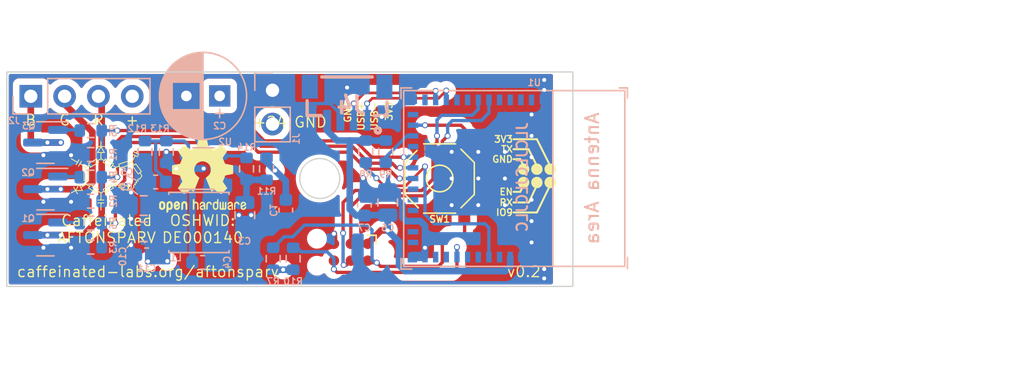
<source format=kicad_pcb>
(kicad_pcb (version 20241229) (generator "pcbnew") (generator_version "9.0")
  (layers (0 "F.Cu" signal) (4 "In1.Cu" signal) (6 "In2.Cu" signal) (2 "B.Cu" signal) (13 "F.Paste" user) (15 "B.Paste" user) (5 "F.SilkS" user "F.Silkscreen") (7 "B.SilkS" user "B.Silkscreen") (1 "F.Mask" user) (3 "B.Mask" user) (25 "Edge.Cuts" user))
  (net 0 "")
  (net 1 "GND")
  (net 2 "+24V")
  (net 3 "Net-(J2-Pin_1)")
  (net 4 "Net-(J2-Pin_2)")
  (net 5 "Net-(J2-Pin_3)")
  (net 23 "Net-(Q1-G)")
  (net 24 "Net-(Q2-G)")
  (net 25 "Net-(Q3-G)")
  (net 26 "Net-(U1-GPIO8)")
  (net 27 "+3.3V")
  (net 28 "IO9")
  (net 29 "TX")
  (net 30 "Net-(U1-GPIO2{slash}ADC1_CH2)")
  (net 32 "RX")
  (net 34 "Net-(U2-IN)")
  (net 35 "Net-(U2-LX)")
  (net 36 "Net-(U2-BS)")
  (net 37 "Net-(U2-FB)")
  (net 38 "Net-(U2-EN)")
  (net 39 "EN")
  (net 40 "USB-D+")
  (net 41 "LED-B")
  (net 42 "LED-G")
  (net 43 "LED-R")
  (net 44 "USB-D-")
  (footprint "Connector:Tag-Connect_TC2030-IDC-NL_2x03_P1.27mm_Vertical" (layer "F.Cu") (at 155.63 105.535 180)
    (property "Reference" "J3" (hide yes))
    (property "Value" "TagConnect")
  )
  (footprint "LOGO" (layer "F.Cu") (at 137.3 99.8)
    (property "Reference" "G***" (hide yes))
    (property "Value" "LOGO" (hide yes))
  )
  (footprint "Symbol:OSHW-Logo2_7.3x6mm_SilkScreen" (layer "F.Cu") (at 144.5 99.8)
    (property "Reference" "REF**" (hide yes))
    (property "Value" "OSHW-Logo2_7.3x6mm_SilkScreen" (hide yes))
  )
  (footprint "caffeinated-labs:YTS-C005" (layer "F.Cu") (at 162.3 100 90)
    (property "Reference" "SW1")
    (property "Value" "SW_Push")
  )
  (footprint "Capacitor_SMD:C_0805_2012Metric" (layer "B.Cu") (at 140.075 102.03 180)
    (property "Reference" "C9")
    (property "Value" "4.7uF")
  )
  (footprint "JST_SH_BM04B-SRSS-TB_LF__SN__KiCad:BM04B-SRSS-TB_LFSN_" (layer "B.Cu") (at 158.35 95.175 180)
    (property "Reference" "J4")
    (property "Value" "USB" (hide yes))
  )
  (footprint "Package_TO_SOT_SMD:SOT-23" (layer "B.Cu") (at 132.7 100.8 180)
    (property "Reference" "Q2")
    (property "Value" "AO3400A")
  )
  (footprint "Resistor_SMD:R_0603_1608Metric" (layer "B.Cu") (at 149.8 106.025415 90)
    (property "Reference" "R7")
    (property "Value" "10kΩ")
  )
  (footprint "Capacitor_SMD:C_0603_1608Metric" (layer "B.Cu") (at 140.975 100.2625 180)
    (property "Reference" "C5")
    (property "Value" "22pF")
  )
  (footprint "Resistor_SMD:R_0603_1608Metric" (layer "B.Cu") (at 141.775 98.0125 -90)
    (property "Reference" "R13")
    (property "Value" "22.1kΩ")
  )
  (footprint "Connector_PinSocket_2.54mm:PinSocket_1x04_P2.54mm_Vertical" (layer "B.Cu") (at 131.6 93.825 -90)
    (property "Reference" "J2")
    (property "Value" "LED")
  )
  (footprint "PCM_Espressif:ESP32-C3-MINI-1" (layer "B.Cu") (at 167.9 100 90)
    (property "Reference" "U1")
    (property "Value" "ESP32-C3-MINI-1-[H/N]4")
  )
  (footprint "Resistor_SMD:R_0603_1608Metric" (layer "B.Cu") (at 156.75 97.975 -90)
    (property "Reference" "R8")
    (property "Value" "10kΩ")
  )
  (footprint "Resistor_SMD:R_0603_1608Metric" (layer "B.Cu") (at 136.1 105.15 180)
    (property "Reference" "R3")
    (property "Value" "10kΩ")
  )
  (footprint "Capacitor_SMD:C_0805_2012Metric" (layer "B.Cu") (at 158.4 101.8 90)
    (property "Reference" "C6")
    (property "Value" "4.7uF")
  )
  (footprint "Resistor_SMD:R_0603_1608Metric" (layer "B.Cu") (at 158.25 97.975 -90)
    (property "Reference" "R9")
    (property "Value" "10kΩ")
  )
  (footprint "Capacitor_SMD:C_0603_1608Metric" (layer "B.Cu") (at 156.65 102 90)
    (property "Reference" "C7")
    (property "Value" "100nF")
  )
  (footprint "Resistor_SMD:R_0603_1608Metric" (layer "B.Cu") (at 136.1 96.4 180)
    (property "Reference" "R5")
    (property "Value" "20Ω")
  )
  (footprint "Resistor_SMD:R_0603_1608Metric" (layer "B.Cu") (at 149.3 99.275 -90)
    (property "Reference" "R11")
    (property "Value" "1Ω")
  )
  (footprint "Resistor_SMD:R_0603_1608Metric" (layer "B.Cu") (at 136.1 101.7 180)
    (property "Reference" "R2")
    (property "Value" "10kΩ")
  )
  (footprint "Resistor_SMD:R_0603_1608Metric" (layer "B.Cu") (at 136.1 98.2 180)
    (property "Reference" "R1")
    (property "Value" "10kΩ")
  )
  (footprint "Connector_PinSocket_2.54mm:PinSocket_1x02_P2.54mm_Vertical" (layer "B.Cu") (at 149.75 93.375 180)
    (property "Reference" "J1")
    (property "Value" "PWR")
  )
  (footprint "Inductor_SMD:L_Sunlord_SWPA4030S" (layer "B.Cu") (at 144.225 103.3 180)
    (property "Reference" "L1")
    (property "Value" "10uH")
  )
  (footprint "Resistor_SMD:R_0603_1608Metric" (layer "B.Cu") (at 147.8 99.275 90)
    (property "Reference" "R14")
    (property "Value" "10kΩ")
  )
  (footprint "Capacitor_SMD:C_0603_1608Metric" (layer "B.Cu") (at 144.5 106.3 180)
    (property "Reference" "C4")
    (property "Value" "100nF")
  )
  (footprint "Resistor_SMD:R_0603_1608Metric" (layer "B.Cu") (at 136.1 99.9 180)
    (property "Reference" "R4")
    (property "Value" "20Ω")
  )
  (footprint "Capacitor_SMD:C_0805_2012Metric" (layer "B.Cu") (at 147.675 102.75 -90)
    (property "Reference" "C3")
    (property "Value" "4.7uF")
  )
  (footprint "Package_TO_SOT_SMD:SOT-23" (layer "B.Cu") (at 132.7 97.3 180)
    (property "Reference" "Q3")
    (property "Value" "AO3400A")
  )
  (footprint "Resistor_SMD:R_0603_1608Metric" (layer "B.Cu") (at 151.3 106.025415 90)
    (property "Reference" "R10")
    (property "Value" "10kΩ")
  )
  (footprint "Capacitor_SMD:C_0603_1608Metric" (layer "B.Cu") (at 150.75 102.375 -90)
    (property "Reference" "C1")
    (property "Value" "100nF")
  )
  (footprint "Resistor_SMD:R_0603_1608Metric" (layer "B.Cu") (at 136.1 103.35 180)
    (property "Reference" "R6")
    (property "Value" "20Ω")
  )
  (footprint "Package_TO_SOT_SMD:SOT-23" (layer "B.Cu") (at 132.7 104.25 180)
    (property "Reference" "Q1")
    (property "Value" "AO3400A")
  )
  (footprint "Capacitor_SMD:C_0805_2012Metric" (layer "B.Cu") (at 140.075 104 180)
    (property "Reference" "C10")
    (property "Value" "4.7uF")
  )
  (footprint "Package_TO_SOT_SMD:SOT-23-6" (layer "B.Cu") (at 144.575 99.25)
    (property "Reference" "U2")
    (property "Value" "SY8201ABC")
  )
  (footprint "Capacitor_THT:CP_Radial_D6.3mm_P2.50mm" (layer "B.Cu") (at 145.78238 93.8 180)
    (property "Reference" "C2")
    (property "Value" "100µF 35V")
  )
  (footprint "Resistor_SMD:R_0603_1608Metric" (layer "B.Cu") (at 140.175 98.0125 90)
    (property "Reference" "R12")
    (property "Value" "100kΩ")
  )
  (footprint "Capacitor_SMD:C_0603_1608Metric" (layer "B.Cu") (at 140.295 105.73 180)
    (property "Reference" "C11")
    (property "Value" "100nF")
  )
  (gr_line (start 167.85 101.8) (end 169 101.8) (stroke (width 0.15)) (layer "F.SilkS"))
  (gr_circle (center 170.6 99.3) (end 170.953553 99.3) (stroke (width 0.15)) (fill yes) (layer "F.SilkS"))
  (gr_circle (center 168.6 100.3) (end 168.953553 100.3) (stroke (width 0.15)) (fill yes) (layer "F.SilkS"))
  (gr_circle (center 169.6 100.3) (end 169.953553 100.3) (stroke (width 0.15)) (fill yes) (layer "F.SilkS"))
  (gr_line (start 167.85 102.55) (end 169.6 102.55) (stroke (width 0.15)) (layer "F.SilkS"))
  (gr_line (start 169.6 97.05) (end 170.6 99.05) (stroke (width 0.15)) (layer "F.SilkS"))
  (gr_line (start 168.6 100.5) (end 168.35 101) (stroke (width 0.15)) (layer "F.SilkS"))
  (gr_line (start 167.85 97.8) (end 168.975 97.8) (stroke (width 0.15)) (layer "F.SilkS"))
  (gr_line (start 168.35 98.55) (end 168.6 99.05) (stroke (width 0.15)) (layer "F.SilkS"))
  (gr_line (start 167.85 97.05) (end 169.6 97.05) (stroke (width 0.15)) (layer "F.SilkS"))
  (gr_line (start 170.6 100.5) (end 169.6 102.55) (stroke (width 0.15)) (layer "F.SilkS"))
  (gr_line (start 168.1 98.55) (end 168.35 98.55) (stroke (width 0.15)) (layer "F.SilkS"))
  (gr_line (start 167.85 101) (end 168.35 101) (stroke (width 0.15)) (layer "F.SilkS"))
  (gr_circle (center 168.6 99.3) (end 168.953553 99.3) (stroke (width 0.15)) (fill yes) (layer "F.SilkS"))
  (gr_circle (center 170.6 100.3) (end 170.953553 100.3) (stroke (width 0.15)) (fill yes) (layer "F.SilkS"))
  (gr_line (start 168.975 97.8) (end 169.6 99.05) (stroke (width 0.15)) (layer "F.SilkS"))
  (gr_circle (center 169.6 99.3) (end 169.953553 99.3) (stroke (width 0.15)) (fill yes) (layer "F.SilkS"))
  (gr_line (start 167.85 98.55) (end 168.35 98.55) (stroke (width 0.15)) (layer "F.SilkS"))
  (gr_line (start 169.6 100.5) (end 169 101.8) (stroke (width 0.15)) (layer "F.SilkS"))
  (gr_line (start 138.793126 99.7775) (end 139.5 100.1225) (stroke (width 0.1)) (layer "B.SilkS"))
  (gr_line (start 138.8275 105.206874) (end 139.1725 104.793126) (stroke (width 0.1)) (layer "B.SilkS"))
  (gr_line (start 139.2 100.85) (end 139.613748 101.195) (stroke (width 0.1)) (layer "B.SilkS"))
  (gr_rect (start 129.8 92) (end 172.3 108.1) (stroke (width 0.1)) (fill no) (layer "Edge.Cuts"))
  (gr_circle (center 153.3 100) (end 154.8 100) (stroke (width 0.1)) (fill no) (layer "Edge.Cuts"))
  (gr_text "USB-" (at 157.4 94.2 90) (layer "F.SilkS") (effects (font (size 0.5 0.5) (thickness 0.1) (bold yes)) (justify right)))
  (gr_text "IO9" (at 167.85 102.55 0) (layer "F.SilkS") (effects (font (size 0.5 0.5) (thickness 0.1) (bold yes)) (justify right)))
  (gr_text "+24" (at 149.556 95.299 0) (layer "F.SilkS") (effects (font (size 0.8 0.8) (thickness 0.1)) (justify top)))
  (gr_text "+" (at 139.22 95.146 0) (layer "F.SilkS") (effects (font (size 0.8 0.8) (thickness 0.1)) (justify top)))
  (gr_text "Caffeinated\nAFTONSPARV" (at 137.3 103.8 0) (layer "F.SilkS") (effects (font (size 0.8 0.8) (thickness 0.1))))
  (gr_text "OSHWID:\nDE000140" (at 144.5 103.8 0) (layer "F.SilkS") (effects (font (size 0.8 0.8) (thickness 0.1))))
  (gr_text "GND" (at 155.4 94.2 90) (layer "F.SilkS") (effects (font (size 0.5 0.5) (thickness 0.1) (bold yes)) (justify right)))
  (gr_text "R" (at 136.68 95.146 0) (layer "F.SilkS") (effects (font (size 0.8 0.8) (thickness 0.1)) (justify top)))
  (gr_text "G" (at 134.14 95.146 0) (layer "F.SilkS") (effects (font (size 0.8 0.8) (thickness 0.1)) (justify top)))
  (gr_text "v0.2" (at 167.3 107 0) (layer "F.SilkS") (effects (font (size 0.8 0.8) (thickness 0.1)) (justify left)))
  (gr_text "GND" (at 167.85 98.55 0) (layer "F.SilkS") (effects (font (size 0.5 0.5) (thickness 0.1) (bold yes)) (justify right)))
  (gr_text "3V3" (at 158.5 94.2 90) (layer "F.SilkS") (effects (font (size 0.5 0.5) (thickness 0.1) (bold yes)) (justify right)))
  (gr_text "B" (at 131.6 95.146 0) (layer "F.SilkS") (effects (font (size 0.8 0.8) (thickness 0.1)) (justify top)))
  (gr_text "USB+" (at 156.4 94.2 90) (layer "F.SilkS") (effects (font (size 0.5 0.5) (thickness 0.1) (bold yes)) (justify right)))
  (gr_text "3V3" (at 167.85 97.05 0) (layer "F.SilkS") (effects (font (size 0.5 0.5) (thickness 0.1) (bold yes)) (justify right)))
  (gr_text "caffeinated-labs.org/aftonsparv" (at 130.5 107 0) (layer "F.SilkS") (effects (font (size 0.8 0.8) (thickness 0.1)) (justify left)))
  (gr_text "GND" (at 152.604 95.299 0) (layer "F.SilkS") (effects (font (size 0.8 0.8) (thickness 0.1)) (justify top)))
  (gr_text "RX" (at 167.85 101.8 0) (layer "F.SilkS") (effects (font (size 0.5 0.5) (thickness 0.1) (bold yes)) (justify right)))
  (gr_text "EN" (at 167.85 101 0) (layer "F.SilkS") (effects (font (size 0.5 0.5) (thickness 0.1) (bold yes)) (justify right)))
  (gr_text "TX" (at 167.85 97.8 0) (layer "F.SilkS") (effects (font (size 0.5 0.5) (thickness 0.1) (bold yes)) (justify right)))
  (gr_text "JLCJLCJLCJLC" (at 168.5 99.9 90) (layer "B.SilkS") (effects (font (size 0.8 0.8) (thickness 0.15) (bold yes)) (justify mirror)))
  (segment (start 154.36 104.15) (end 154.36 104.9) (width 0.5) (layer "F.Cu") (net 1))
  (via (at 169.2 104.8) (size 0.45) (drill 0.3) (layers "F.Cu" "B.Cu") (net 1))
  (via (at 170.15 106.8) (size 0.45) (drill 0.3) (layers "F.Cu" "B.Cu") (net 1))
  (via (at 163.2 98) (size 0.45) (drill 0.3) (layers "F.Cu" "B.Cu") (net 1))
  (via (at 134.625 105.2) (size 0.45) (drill 0.3) (layers "F.Cu" "B.Cu") (net 1))
  (via (at 132.55 105.2) (size 0.45) (drill 0.3) (layers "F.Cu" "B.Cu") (net 1))
  (via (at 161.2 105.2) (size 0.45) (drill 0.3) (layers "F.Cu" "B.Cu") (net 1))
  (via (at 169.2 96.8) (size 0.45) (drill 0.3) (layers "F.Cu" "B.Cu") (net 1))
  (via (at 132.55 98.25) (size 0.45) (drill 0.3) (layers "F.Cu" "B.Cu") (net 1))
  (via (at 139.125 105) (size 0.45) (drill 0.3) (layers "F.Cu" "B.Cu") (net 1))
  (via (at 132.55 101.75) (size 0.45) (drill 0.3) (layers "F.Cu" "B.Cu") (net 1))
  (via (at 139.125 101.05) (size 0.45) (drill 0.3) (layers "F.Cu" "B.Cu") (net 1))
  (via (at 167.2 98) (size 0.45) (drill 0.3) (layers "F.Cu" "B.Cu") (net 1))
  (via (at 148.15 102.75) (size 0.45) (drill 0.3) (layers "F.Cu" "B.Cu") (net 1))
  (via (at 139.125 103.025) (size 0.45) (drill 0.3) (layers "F.Cu" "B.Cu") (net 1))
  (via (at 157.95 95.375) (size 0.45) (drill 0.3) (layers "F.Cu" "B.Cu") (net 1))
  (via (at 169.2 98.4) (size 0.45) (drill 0.3) (layers "F.Cu" "B.Cu") (net 1))
  (via (at 163.2 100) (size 0.45) (drill 0.3) (layers "F.Cu" "B.Cu") (net 1))
  (via (at 155.35 93.175) (size 0.45) (drill 0.3) (layers "F.Cu" "B.Cu") (net 1))
  (via (at 170.15 92.6) (size 0.45) (drill 0.3) (layers "F.Cu" "B.Cu") (net 1))
  (via (at 163.2 102) (size 0.45) (drill 0.3) (layers "F.Cu" "B.Cu") (net 1))
  (via (at 165.2 100) (size 0.45) (drill 0.3) (layers "F.Cu" "B.Cu") (net 1))
  (via (at 154.36 104.15) (size 0.45) (drill 0.3) (layers "F.Cu" "B.Cu") (net 1))
  (via (at 142.525 99.25) (size 0.45) (drill 0.3) (layers "F.Cu" "B.Cu") (net 1))
  (via (at 167.2 102) (size 0.45) (drill 0.3) (layers "F.Cu" "B.Cu") (net 1))
  (via (at 147.225 102.75) (size 0.45) (drill 0.3) (layers "F.Cu" "B.Cu") (net 1))
  (via (at 144.575 99.25) (size 0.45) (drill 0.3) (layers "F.Cu" "B.Cu") (net 1))
  (via (at 134.625 98.25) (size 0.45) (drill 0.3) (layers "F.Cu" "B.Cu") (net 1))
  (via (at 134.625 101.75) (size 0.45) (drill 0.3) (layers "F.Cu" "B.Cu") (net 1))
  (via (at 169.2 101.6) (size 0.45) (drill 0.3) (layers "F.Cu" "B.Cu") (net 1))
  (via (at 141.775 98.0125) (size 0.45) (drill 0.3) (layers "F.Cu" "B.Cu") (net 1))
  (via (at 165.2 98) (size 0.45) (drill 0.3) (layers "F.Cu" "B.Cu") (net 1))
  (via (at 165.2 102) (size 0.45) (drill 0.3) (layers "F.Cu" "B.Cu") (net 1))
  (via (at 156.55 99.975) (size 0.45) (drill 0.3) (layers "F.Cu" "B.Cu") (net 1))
  (via (at 167.2 100) (size 0.45) (drill 0.3) (layers "F.Cu" "B.Cu") (net 1))
  (via (at 170.15 93.35) (size 0.45) (drill 0.3) (layers "F.Cu" "B.Cu") (net 1))
  (via (at 169.2 103.2) (size 0.45) (drill 0.3) (layers "F.Cu" "B.Cu") (net 1))
  (via (at 169.2 95.2) (size 0.45) (drill 0.3) (layers "F.Cu" "B.Cu") (net 1))
  (via (at 170.15 107.5) (size 0.45) (drill 0.3) (layers "F.Cu" "B.Cu") (net 1))
  (segment (start 160.3 103.2) (end 160.85 103.2) (width 0.5) (layer "B.Cu") (net 1))
  (segment (start 142.525 99.25) (end 142.1875 99.25) (width 0.5) (layer "B.Cu") (net 1))
  (segment (start 150.75 94.375) (end 149.75 93.375) (width 0.25) (layer "B.Cu") (net 1))
  (segment (start 148.15 103.225) (end 147.675 103.7) (width 0.5) (layer "B.Cu") (net 1))
  (segment (start 159.503 101.953) (end 158.4 100.85) (width 0.5) (layer "B.Cu") (net 1))
  (segment (start 168.4 105.9) (end 170.1 105.9) (width 0.5) (layer "B.Cu") (net 1))
  (segment (start 160.3 103.2) (end 159.775 103.2) (width 0.5) (layer "B.Cu") (net 1))
  (segment (start 154.85 95.15) (end 154.075 94.375) (width 0.25) (layer "B.Cu") (net 1))
  (segment (start 139.125 101.05) (end 139.125 104) (width 0.5) (layer "B.Cu") (net 1))
  (segment (start 159.775 103.2) (end 159.503 102.928) (width 0.5) (layer "B.Cu") (net 1))
  (segment (start 159.503 102.928) (end 159.503 101.953) (width 0.5) (layer "B.Cu") (net 1))
  (segment (start 139.125 104) (end 139.125 105.335) (width 0.5) (layer "B.Cu") (net 1))
  (segment (start 170.1 105.9) (end 170.15 105.95) (width 0.5) (layer "B.Cu") (net 1))
  (segment (start 160.25 105.95) (end 161.15 105.95) (width 0.5) (layer "B.Cu") (net 1))
  (segment (start 161.15 105.95) (end 161.2 105.9) (width 0.5) (layer "B.Cu") (net 1))
  (segment (start 170.15 105.95) (end 170.15 94.05) (width 0.5) (layer "B.Cu") (net 1))
  (segment (start 132.55 105.2) (end 135.225 105.2) (width 0.5) (layer "B.Cu") (net 1))
  (segment (start 161.2 103.55) (end 161.2 105.05) (width 0.5) (layer "B.Cu") (net 1))
  (segment (start 143.4375 99.25) (end 144.575 99.25) (width 0.5) (layer "B.Cu") (net 1))
  (segment (start 154.85 95.625) (end 154.85 95.15) (width 0.25) (layer "B.Cu") (net 1))
  (segment (start 142.1875 99.25) (end 141.775 98.8375) (width 0.5) (layer "B.Cu") (net 1))
  (segment (start 147.225 102.75) (end 147.225 103.25) (width 0.5) (layer "B.Cu") (net 1))
  (segment (start 161.2 105.9) (end 161.2 105.05) (width 0.5) (layer "B.Cu") (net 1))
  (segment (start 143.4375 99.25) (end 142.525 99.25) (width 0.5) (layer "B.Cu") (net 1))
  (segment (start 135.225 98.25) (end 135.275 98.2) (width 0.5) (layer "B.Cu") (net 1))
  (segment (start 141.775 98.0125) (end 141.775 98.8375) (width 0.5) (layer "B.Cu") (net 1))
  (segment (start 147.225 103.25) (end 147.675 103.7) (width 0.5) (layer "B.Cu") (net 1))
  (segment (start 154.075 94.375) (end 150.75 94.375) (width 0.25) (layer "B.Cu") (net 1))
  (segment (start 148.15 102.75) (end 148.15 103.225) (width 0.5) (layer "B.Cu") (net 1))
  (segment (start 139.125 105.335) (end 139.52 105.73) (width 0.5) (layer "B.Cu") (net 1))
  (segment (start 132.55 101.75) (end 135.225 101.75) (width 0.5) (layer "B.Cu") (net 1))
  (segment (start 132.55 98.25) (end 135.225 98.25) (width 0.5) (layer "B.Cu") (net 1))
  (segment (start 160.85 103.2) (end 161.2 103.55) (width 0.5) (layer "B.Cu") (net 1))
  (segment (start 143.4375 99.25) (end 143.3875 99.2) (width 0.5) (layer "B.Cu") (net 1))
  (via (at 149.95 99.4) (size 0.45) (drill 0.3) (layers "F.Cu" "B.Cu") (net 2))
  (segment (start 149.3 98.75) (end 149.325 98.725) (width 0.5) (layer "B.Cu") (net 2))
  (segment (start 149.95 99.4) (end 149.3 98.75) (width 0.5) (layer "B.Cu") (net 2))
  (segment (start 149.3 98.75) (end 149.3 98.45) (width 0.5) (layer "B.Cu") (net 2))
  (segment (start 149.95 99.4) (end 150.75 100.2) (width 0.5) (layer "B.Cu") (net 2))
  (segment (start 150.75 100.2) (end 150.75 101.6) (width 0.5) (layer "B.Cu") (net 2))
  (segment (start 131.6 97.25) (end 131.6 93.825) (width 0.5) (layer "F.Cu") (net 3))
  (segment (start 132.85 97.3) (end 133.85 97.3) (width 0.5) (layer "F.Cu") (net 3))
  (segment (start 131.65 97.3) (end 131.6 97.25) (width 0.5) (layer "F.Cu") (net 3))
  (segment (start 132.85 97.3) (end 131.65 97.3) (width 0.5) (layer "F.Cu") (net 3))
  (via (at 133.85 97.3) (size 0.45) (drill 0.3) (layers "F.Cu" "B.Cu") (net 3))
  (via (at 132.85 97.3) (size 0.45) (drill 0.3) (layers "F.Cu" "B.Cu") (net 3))
  (segment (start 131.7625 97.3) (end 133.85 97.3) (width 0.5) (layer "B.Cu") (net 3))
  (segment (start 132.85 100.8) (end 135.7 100.8) (width 0.5) (layer "F.Cu") (net 4))
  (segment (start 136.225 96.5) (end 134.14 94.415) (width 0.5) (layer "F.Cu") (net 4))
  (segment (start 134.14 94.415) (end 134.14 93.825) (width 0.5) (layer "F.Cu") (net 4))
  (segment (start 136.225 100.275) (end 136.225 96.5) (width 0.5) (layer "F.Cu") (net 4))
  (segment (start 135.7 100.8) (end 136.225 100.275) (width 0.5) (layer "F.Cu") (net 4))
  (via (at 133.85 100.8) (size 0.45) (drill 0.3) (layers "F.Cu" "B.Cu") (net 4))
  (via (at 132.85 100.8) (size 0.45) (drill 0.3) (layers "F.Cu" "B.Cu") (net 4))
  (segment (start 131.7625 100.8) (end 133.85 100.8) (width 0.5) (layer "B.Cu") (net 4))
  (segment (start 136.925 102.875) (end 136.925 94.07) (width 0.5) (layer "F.Cu") (net 5))
  (segment (start 132.85 104.25) (end 135.55 104.25) (width 0.5) (layer "F.Cu") (net 5))
  (segment (start 136.925 94.07) (end 136.68 93.825) (width 0.5) (layer "F.Cu") (net 5))
  (segment (start 135.55 104.25) (end 136.925 102.875) (width 0.5) (layer "F.Cu") (net 5))
  (via (at 132.85 104.25) (size 0.45) (drill 0.3) (layers "F.Cu" "B.Cu") (net 5))
  (via (at 133.85 104.25) (size 0.45) (drill 0.3) (layers "F.Cu" "B.Cu") (net 5))
  (segment (start 133.85 104.25) (end 131.7625 104.25) (width 0.5) (layer "B.Cu") (net 5))
  (segment (start 133.6375 103.3) (end 135.225 103.3) (width 0.25) (layer "B.Cu") (net 23))
  (segment (start 135.225 103.3) (end 135.275 103.35) (width 0.25) (layer "B.Cu") (net 23))
  (segment (start 135.275 99.9) (end 135.225 99.85) (width 0.25) (layer "B.Cu") (net 24))
  (segment (start 135.225 99.85) (end 133.6375 99.85) (width 0.25) (layer "B.Cu") (net 24))
  (segment (start 135.225 96.35) (end 135.275 96.4) (width 0.25) (layer "B.Cu") (net 25))
  (segment (start 133.6375 96.35) (end 135.225 96.35) (width 0.25) (layer "B.Cu") (net 25))
  (segment (start 158.25 98.4) (end 159.85 96.8) (width 0.25) (layer "B.Cu") (net 26))
  (segment (start 158.25 98.8) (end 158.25 98.4) (width 0.25) (layer "B.Cu") (net 26))
  (segment (start 159.85 96.8) (end 160.3 96.8) (width 0.25) (layer "B.Cu") (net 26))
  (segment (start 157.9 103.9) (end 156.9 104.9) (width 0.5) (layer "F.Cu") (net 27))
  (segment (start 158.4 103.9) (end 157.9 103.9) (width 0.5) (layer "F.Cu") (net 27))
  (via (at 141.85 106.2) (size 0.45) (drill 0.3) (layers "F.Cu" "B.Cu") (net 27))
  (via (at 158.4 103.9) (size 0.45) (drill 0.3) (layers "F.Cu" "B.Cu") (net 27))
  (via (at 140.4 106.225) (size 0.45) (drill 0.3) (layers "F.Cu" "B.Cu") (net 27))
  (via (at 150.55 106.850415) (size 0.45) (drill 0.3) (layers "F.Cu" "B.Cu") (net 27))
  (segment (start 155.55 102.3) (end 155.55 97.15) (width 0.5) (layer "B.Cu") (net 27))
  (segment (start 149.8 106.850415) (end 151.3 106.850415) (width 0.5) (layer "B.Cu") (net 27))
  (segment (start 158.4 103.9) (end 159.25 104.75) (width 0.5) (layer "B.Cu") (net 27))
  (segment (start 158.4 102.75) (end 158.4 103.9) (width 0.5) (layer "B.Cu") (net 27))
  (segment (start 167.25 106.95) (end 167.6 106.6) (width 0.5) (layer "B.Cu") (net 27))
  (segment (start 154.6 97.15) (end 153.85 96.4) (width 0.5) (layer "B.Cu") (net 27))
  (segment (start 158.25 97.15) (end 155.55 97.15) (width 0.5) (layer "B.Cu") (net 27))
  (segment (start 159.25 106.5) (end 159.7 106.95) (width 0.5) (layer "B.Cu") (net 27))
  (segment (start 140.2 99.9) (end 140.225 99.875) (width 0.25) (layer "B.Cu") (net 27))
  (segment (start 167.6 106.6) (end 167.6 105.9) (width 0.5) (layer "B.Cu") (net 27))
  (segment (start 156.025 102.775) (end 156.65 102.775) (width 0.5) (layer "B.Cu") (net 27))
  (segment (start 155.55 97.15) (end 154.6 97.15) (width 0.5) (layer "B.Cu") (net 27))
  (segment (start 158.4 102.75) (end 156.825 102.75) (width 0.5) (layer "B.Cu") (net 27))
  (segment (start 159.7 106.95) (end 167.25 106.95) (width 0.5) (layer "B.Cu") (net 27))
  (segment (start 159.25 104.75) (end 159.25 106.5) (width 0.5) (layer "B.Cu") (net 27))
  (segment (start 155.55 102.3) (end 156.025 102.775) (width 0.5) (layer "B.Cu") (net 27))
  (segment (start 153.85 96.4) (end 153.85 95.625) (width 0.5) (layer "B.Cu") (net 27))
  (segment (start 164.175 104.175) (end 164.175 96.275) (width 0.25) (layer "F.Cu") (net 28))
  (segment (start 162.2 106.6) (end 162.5 106.3) (width 0.25) (layer "F.Cu") (net 28))
  (segment (start 164.175 96.275) (end 163.9 96) (width 0.25) (layer "F.Cu") (net 28))
  (segment (start 162.5 106.3) (end 162.5 104.7) (width 0.25) (layer "F.Cu") (net 28))
  (segment (start 157.05 106.32) (end 156.9 106.17) (width 0.25) (layer "F.Cu") (net 28))
  (segment (start 164.15 104.2) (end 164.175 104.175) (width 0.25) (layer "F.Cu") (net 28))
  (segment (start 163 104.2) (end 164.15 104.2) (width 0.25) (layer "F.Cu") (net 28))
  (segment (start 163.9 96) (end 161.2 96) (width 0.25) (layer "F.Cu") (net 28))
  (segment (start 162.5 104.7) (end 163 104.2) (width 0.25) (layer "F.Cu") (net 28))
  (segment (start 157.58 106.32) (end 157.05 106.32) (width 0.25) (layer "F.Cu") (net 28))
  (segment (start 157.86 106.6) (end 162.2 106.6) (width 0.25) (layer "F.Cu") (net 28))
  (segment (start 157.58 106.32) (end 157.86 106.6) (width 0.25) (layer "F.Cu") (net 28))
  (via (at 161.2 96) (size 0.45) (drill 0.3) (layers "F.Cu" "B.Cu") (net 28))
  (via (at 157.58 106.32) (size 0.45) (drill 0.3) (layers "F.Cu" "B.Cu") (net 28))
  (segment (start 157.225 106.1) (end 157.225 103.875) (width 0.25) (layer "B.Cu") (net 28))
  (segment (start 150.625415 104.375) (end 149.8 105.200415) (width 0.25) (layer "B.Cu") (net 28))
  (segment (start 157.225 103.875) (end 156.85 103.5) (width 0.25) (layer "B.Cu") (net 28))
  (segment (start 156.85 103.5) (end 152.15 103.5) (width 0.25) (layer "B.Cu") (net 28))
  (segment (start 157.445 106.32) (end 157.225 106.1) (width 0.25) (layer "B.Cu") (net 28))
  (segment (start 151.275 104.375) (end 150.625415 104.375) (width 0.25) (layer "B.Cu") (net 28))
  (segment (start 152.15 103.5) (end 151.275 104.375) (width 0.25) (layer "B.Cu") (net 28))
  (segment (start 157.58 106.32) (end 157.445 106.32) (width 0.25) (layer "B.Cu") (net 28))
  (segment (start 161.2 96) (end 160.3 96) (width 0.25) (layer "B.Cu") (net 28))
  (segment (start 156.45 101.3) (end 155.63 102.12) (width 0.25) (layer "F.Cu") (net 29))
  (segment (start 162.5 97.2) (end 162.5 99.95) (width 0.25) (layer "F.Cu") (net 29))
  (segment (start 162.5 99.95) (end 161.15 101.3) (width 0.25) (layer "F.Cu") (net 29))
  (segment (start 162.9 96.8) (end 162.5 97.2) (width 0.25) (layer "F.Cu") (net 29))
  (segment (start 161.15 101.3) (end 156.45 101.3) (width 0.25) (layer "F.Cu") (net 29))
  (segment (start 155.63 102.12) (end 155.63 104.9) (width 0.25) (layer "F.Cu") (net 29))
  (via (at 162.9 96.8) (size 0.45) (drill 0.3) (layers "F.Cu" "B.Cu") (net 29))
  (segment (start 162.9 96) (end 163.25 95.65) (width 0.25) (layer "B.Cu") (net 29))
  (segment (start 166 95.075) (end 166 94.1) (width 0.25) (layer "B.Cu") (net 29))
  (segment (start 162.9 96.8) (end 162.9 96) (width 0.25) (layer "B.Cu") (net 29))
  (segment (start 165.425 95.65) (end 166 95.075) (width 0.25) (layer "B.Cu") (net 29))
  (segment (start 163.25 95.65) (end 165.425 95.65) (width 0.25) (layer "B.Cu") (net 29))
  (segment (start 161.2 99.1) (end 159.753 100.547) (width 0.2) (layer "F.Cu") (net 30))
  (segment (start 159.753 100.547) (end 158.122 100.547) (width 0.2) (layer "F.Cu") (net 30))
  (segment (start 158.122 100.547) (end 157.55 99.975) (width 0.2) (layer "F.Cu") (net 30))
  (via (at 161.2 99.1) (size 0.45) (drill 0.3) (layers "F.Cu" "B.Cu") (net 30))
  (via (at 157.55 99.975) (size 0.45) (drill 0.3) (layers "F.Cu" "B.Cu") (net 30))
  (segment (start 161.2 99.1) (end 161.2 102.7) (width 0.25) (layer "B.Cu") (net 30))
  (segment (start 156.75 98.8) (end 156.75 99.175) (width 0.25) (layer "B.Cu") (net 30))
  (segment (start 156.75 99.175) (end 157.55 99.975) (width 0.25) (layer "B.Cu") (net 30))
  (segment (start 161.9 103.4) (end 165.7 103.4) (width 0.25) (layer "B.Cu") (net 30))
  (segment (start 161.2 102.7) (end 161.9 103.4) (width 0.25) (layer "B.Cu") (net 30))
  (segment (start 165.7 103.4) (end 166 103.7) (width 0.25) (layer "B.Cu") (net 30))
  (segment (start 166 103.7) (end 166 105.9) (width 0.25) (layer "B.Cu") (net 30))
  (segment (start 155.05 104.1) (end 155.05 101.8) (width 0.25) (layer "F.Cu") (net 32))
  (segment (start 161.8 100.05) (end 161.8 97.6) (width 0.25) (layer "F.Cu") (net 32))
  (segment (start 155.63 106.17) (end 155.63 106.13) (width 0.25) (layer "F.Cu") (net 32))
  (segment (start 162.1 97.3) (end 162.1 96.8) (width 0.25) (layer "F.Cu") (net 32))
  (segment (start 155.05 101.8) (end 155.95 100.9) (width 0.25) (layer "F.Cu") (net 32))
  (segment (start 155.95 100.9) (end 160.95 100.9) (width 0.25) (layer "F.Cu") (net 32))
  (segment (start 155.095 106.495) (end 155.305 106.495) (width 0.25) (layer "F.Cu") (net 32))
  (segment (start 155.63 106.17) (end 155.68 106.17) (width 0.25) (layer "F.Cu") (net 32))
  (segment (start 161.8 97.6) (end 162.1 97.3) (width 0.25) (layer "F.Cu") (net 32))
  (segment (start 155.63 106.17) (end 155.890458 106.17) (width 0.25) (layer "F.Cu") (net 32))
  (segment (start 155.305 106.495) (end 155.63 106.17) (width 0.25) (layer "F.Cu") (net 32))
  (segment (start 160.95 100.9) (end 161.8 100.05) (width 0.25) (layer "F.Cu") (net 32))
  (via (at 155.05 104.1) (size 0.45) (drill 0.3) (layers "F.Cu" "B.Cu") (net 32))
  (via (at 162.1 96.8) (size 0.45) (drill 0.3) (layers "F.Cu" "B.Cu") (net 32))
  (via (at 155.095 106.495) (size 0.45) (drill 0.3) (layers "F.Cu" "B.Cu") (net 32))
  (segment (start 162.45 95.25) (end 162.1 95.6) (width 0.25) (layer "B.Cu") (net 32))
  (segment (start 155.095 106.495) (end 155.05 106.45) (width 0.25) (layer "B.Cu") (net 32))
  (segment (start 165.2 94.8) (end 165.2 94.1) (width 0.25) (layer "B.Cu") (net 32))
  (segment (start 164.75 95.25) (end 162.45 95.25) (width 0.25) (layer "B.Cu") (net 32))
  (segment (start 165.2 94.8) (end 164.75 95.25) (width 0.25) (layer "B.Cu") (net 32))
  (segment (start 162.1 95.6) (end 162.1 96.8) (width 0.25) (layer "B.Cu") (net 32))
  (segment (start 155.05 106.45) (end 155.05 104.1) (width 0.25) (layer "B.Cu") (net 32))
  (segment (start 147.15 99.45) (end 147.8 100.1) (width 0.5) (layer "B.Cu") (net 34))
  (segment (start 149.3 100.1) (end 148.6 100.1) (width 0.5) (layer "B.Cu") (net 34))
  (segment (start 148.6 100.1) (end 147.8 100.1) (width 0.5) (layer "B.Cu") (net 34))
  (segment (start 145.7125 99.25) (end 146.95 99.25) (width 0.5) (layer "B.Cu") (net 34))
  (segment (start 147.8 99.9) (end 147.8 101.675) (width 0.5) (layer "B.Cu") (net 34))
  (segment (start 147.8 101.675) (end 147.675 101.8) (width 0.5) (layer "B.Cu") (net 34))
  (segment (start 146.95 99.25) (end 147.15 99.45) (width 0.5) (layer "B.Cu") (net 34))
  (segment (start 143.725 100.2) (end 143.725 106.3) (width 0.5) (layer "B.Cu") (net 36))
  (segment (start 143.4375 100.2) (end 143.725 100.2) (width 0.5) (layer "B.Cu") (net 36))
  (segment (start 140.975 99.35) (end 140.975 97.1875) (width 0.25) (layer "B.Cu") (net 37))
  (segment (start 143.125 97.1875) (end 141.775 97.1875) (width 0.25) (layer "B.Cu") (net 37))
  (segment (start 141.625 100.2625) (end 141.625 100) (width 0.25) (layer "B.Cu") (net 37))
  (segment (start 141.775 97.1875) (end 140.175 97.1875) (width 0.25) (layer "B.Cu") (net 37))
  (segment (start 143.4375 98.3) (end 143.4375 97.5) (width 0.25) (layer "B.Cu") (net 37))
  (segment (start 143.4375 97.5) (end 143.125 97.1875) (width 0.25) (layer "B.Cu") (net 37))
  (segment (start 141.625 100) (end 140.975 99.35) (width 0.25) (layer "B.Cu") (net 37))
  (segment (start 147.8 98.45) (end 147.65 98.3) (width 0.25) (layer "B.Cu") (net 38))
  (segment (start 147.65 98.3) (end 145.7125 98.3) (width 0.25) (layer "B.Cu") (net 38))
  (segment (start 163.6 106.7) (end 163.6 105.15) (width 0.25) (layer "F.Cu") (net 39))
  (segment (start 154.36 106.81) (end 154.36 106.17) (width 0.25) (layer "F.Cu") (net 39))
  (segment (start 154.6 107.05) (end 163.25 107.05) (width 0.25) (layer "F.Cu") (net 39))
  (segment (start 163.25 107.05) (end 163.6 106.7) (width 0.25) (layer "F.Cu") (net 39))
  (segment (start 154.36 106.81) (end 154.6 107.05) (width 0.25) (layer "F.Cu") (net 39))
  (via (at 163.6 105.15) (size 0.45) (drill 0.3) (layers "F.Cu" "B.Cu") (net 39))
  (via (at 154.36 106.81) (size 0.45) (drill 0.3) (layers "F.Cu" "B.Cu") (net 39))
  (segment (start 151.9 105.5) (end 151.600415 105.200415) (width 0.25) (layer "B.Cu") (net 39))
  (segment (start 153.85 105.5) (end 151.9 105.5) (width 0.25) (layer "B.Cu") (net 39))
  (segment (start 151.600415 105.200415) (end 151.3 105.200415) (width 0.25) (layer "B.Cu") (net 39))
  (segment (start 154.36 106.01) (end 153.85 105.5) (width 0.25) (layer "B.Cu") (net 39))
  (segment (start 154.36 106.81) (end 154.36 106.01) (width 0.25) (layer "B.Cu") (net 39))
  (segment (start 163.6 105.15) (end 163.6 105.9) (width 0.25) (layer "B.Cu") (net 39))
  (segment (start 156.85 94.375) (end 157.25 93.975) (width 0.2) (layer "F.Cu") (net 40))
  (segment (start 157.25 93.975) (end 162.225 93.975) (width 0.2) (layer "F.Cu") (net 40))
  (segment (start 162.225 93.975) (end 162.8 93.4) (width 0.2) (layer "F.Cu") (net 40))
  (via (at 156.85 94.375) (size 0.45) (drill 0.3) (layers "F.Cu" "B.Cu") (net 40))
  (via (at 162.8 93.4) (size 0.45) (drill 0.3) (layers "F.Cu" "B.Cu") (net 40))
  (segment (start 156.85 94.375) (end 156.85 95.625) (width 0.2) (layer "B.Cu") (net 40))
  (segment (start 162.8 93.4) (end 162.8 94.1) (width 0.25) (layer "B.Cu") (net 40))
  (segment (start 157.2 98.4) (end 155.975 97.175) (width 0.25) (layer "F.Cu") (net 41))
  (segment (start 159.6 98.4) (end 157.2 98.4) (width 0.25) (layer "F.Cu") (net 41))
  (segment (start 149.125 97.175) (end 148.35 96.4) (width 0.25) (layer "F.Cu") (net 41))
  (segment (start 155.975 97.175) (end 149.125 97.175) (width 0.25) (layer "F.Cu") (net 41))
  (segment (start 148.35 96.4) (end 138.1 96.4) (width 0.25) (layer "F.Cu") (net 41))
  (via (at 138.1 96.4) (size 0.45) (drill 0.3) (layers "F.Cu" "B.Cu") (net 41))
  (via (at 159.6 98.4) (size 0.45) (drill 0.3) (layers "F.Cu" "B.Cu") (net 41))
  (segment (start 159.6 98.4) (end 160.3 98.4) (width 0.25) (layer "B.Cu") (net 41))
  (segment (start 136.925 98.2) (end 136.925 96.4) (width 0.25) (layer "B.Cu") (net 41))
  (segment (start 136.925 96.4) (end 138.1 96.4) (width 0.25) (layer "B.Cu") (net 41))
  (segment (start 158.725 98.85) (end 157 98.85) (width 0.25) (layer "F.Cu") (net 42))
  (segment (start 159.325 99.2) (end 159.075 99.2) (width 0.25) (layer "F.Cu") (net 42))
  (segment (start 148.15 96.85) (end 138.45 96.85) (width 0.25) (layer "F.Cu") (net 42))
  (segment (start 159.075 99.2) (end 158.725 98.85) (width 0.25) (layer "F.Cu") (net 42))
  (segment (start 155.725 97.575) (end 148.875 97.575) (width 0.25) (layer "F.Cu") (net 42))
  (segment (start 138.1 97.2) (end 138.1 99.9) (width 0.25) (layer "F.Cu") (net 42))
  (segment (start 138.45 96.85) (end 138.1 97.2) (width 0.25) (layer "F.Cu") (net 42))
  (segment (start 157 98.85) (end 155.725 97.575) (width 0.25) (layer "F.Cu") (net 42))
  (segment (start 148.875 97.575) (end 148.15 96.85) (width 0.25) (layer "F.Cu") (net 42))
  (via (at 138.1 99.9) (size 0.45) (drill 0.3) (layers "F.Cu" "B.Cu") (net 42))
  (via (at 159.325 99.2) (size 0.45) (drill 0.3) (layers "F.Cu" "B.Cu") (net 42))
  (segment (start 136.925 99.9) (end 138.1 99.9) (width 0.25) (layer "B.Cu") (net 42))
  (segment (start 136.925 101.7) (end 136.925 99.9) (width 0.25) (layer "B.Cu") (net 42))
  (segment (start 159.325 99.2) (end 160.3 99.2) (width 0.25) (layer "B.Cu") (net 42))
  (segment (start 156.8 99.3) (end 155.525511 98.025511) (width 0.25) (layer "F.Cu") (net 43))
  (segment (start 155.525511 98.025511) (end 148.675511 98.025511) (width 0.25) (layer "F.Cu") (net 43))
  (segment (start 147.95 97.3) (end 138.95 97.3) (width 0.25) (layer "F.Cu") (net 43))
  (segment (start 158.475 99.3) (end 156.8 99.3) (width 0.25) (layer "F.Cu") (net 43))
  (segment (start 159.175 100) (end 158.475 99.3) (width 0.25) (layer "F.Cu") (net 43))
  (segment (start 138.95 97.3) (end 138.65 97.6) (width 0.25) (layer "F.Cu") (net 43))
  (segment (start 138.65 100.127818) (end 137.95 100.827818) (width 0.25) (layer "F.Cu") (net 43))
  (segment (start 148.675511 98.025511) (end 147.95 97.3) (width 0.25) (layer "F.Cu") (net 43))
  (segment (start 159.3 100) (end 159.175 100) (width 0.25) (layer "F.Cu") (net 43))
  (segment (start 137.95 100.827818) (end 137.95 103.35) (width 0.25) (layer "F.Cu") (net 43))
  (segment (start 138.65 97.6) (end 138.65 100.127818) (width 0.25) (layer "F.Cu") (net 43))
  (via (at 159.3 100) (size 0.45) (drill 0.3) (layers "F.Cu" "B.Cu") (net 43))
  (via (at 137.95 103.35) (size 0.45) (drill 0.3) (layers "F.Cu" "B.Cu") (net 43))
  (segment (start 136.925 105.15) (end 136.925 103.35) (width 0.25) (layer "B.Cu") (net 43))
  (segment (start 159.3 100) (end 160.3 100) (width 0.25) (layer "B.Cu") (net 43))
  (segment (start 136.925 103.35) (end 137.95 103.35) (width 0.25) (layer "B.Cu") (net 43))
  (segment (start 156.65 93.575) (end 161.85 93.575) (width 0.2) (layer "F.Cu") (net 44))
  (segment (start 155.85 94.375) (end 156.65 93.575) (width 0.2) (layer "F.Cu") (net 44))
  (segment (start 161.85 93.575) (end 162 93.425) (width 0.2) (layer "F.Cu") (net 44))
  (via (at 155.85 94.375) (size 0.45) (drill 0.3) (layers "F.Cu" "B.Cu") (net 44))
  (via (at 162 93.425) (size 0.45) (drill 0.3) (layers "F.Cu" "B.Cu") (net 44))
  (segment (start 162 93.425) (end 162 94.1) (width 0.25) (layer "B.Cu") (net 44))
  (segment (start 155.85 94.375) (end 155.85 95.625) (width 0.2) (layer "B.Cu") (net 44))
  (zone (net 1) (net_name "GND") (layers "F.Cu" "B.Cu" "In1.Cu") (connect_pads yes (clearance 0.5)) (min_thickness 0.25) (fill yes (thermal_gap 0.5) (thermal_bridge_width 0.5))
    (polygon (pts (xy 129.95 107.95) (xy 170.8 107.95) (xy 170.8 92.15) (xy 129.95 92.15)))
  )
  (zone (net 0) (net_name "") (layers "F.Cu" "B.Cu" "In1.Cu" "In2.Cu" "Edge.Cuts") (connect_pads (clearance 0)) (min_thickness 0.25)
    (keepout (tracks not_allowed) (vias not_allowed) (pads not_allowed) (copperpour not_allowed) (footprints not_allowed))
    (fill (thermal_gap 0.5) (thermal_bridge_width 0.5))
    (polygon (pts (xy 155.1 100) (xy 155.079864 99.73131) (xy 155.019908 99.468622) (xy 154.921469 99.217805) (xy 154.786747 98.98446) (xy 154.618752 98.773801) (xy 154.421236 98.590533) (xy 154.198612 98.43875) (xy 153.955852 98.321843) (xy 153.698379 98.242423) (xy 153.431946 98.202265) (xy 153.162502 98.202265) (xy 152.896069 98.242423) (xy 152.638596 98.321843) (xy 152.395836 98.43875) (xy 152.173212 98.590533) (xy 151.975696 98.773801) (xy 151.807701 98.98446) (xy 151.672979 99.217805) (xy 151.57454 99.468622) (xy 151.514584 99.73131) (xy 151.494448 100) (xy 151.514584 100.26869) (xy 151.57454 100.531378) (xy 151.672979 100.782195) (xy 151.807701 101.01554) (xy 151.975696 101.226199) (xy 152.173212 101.409467) (xy 152.395836 101.56125) (xy 152.638596 101.678157) (xy 152.896069 101.757577) (xy 153.162502 101.797735) (xy 153.431946 101.797735) (xy 153.698379 101.757577) (xy 153.955852 101.678157) (xy 154.198612 101.56125) (xy 154.421236 101.409467) (xy 154.618752 101.226199) (xy 154.786747 101.01554) (xy 154.921469 100.782195) (xy 155.019908 100.531378) (xy 155.079864 100.26869)))
  )
  (zone (net 35) (net_name "Net-(U2-LX)") (layer "B.Cu") (priority 2) (connect_pads yes (clearance 0.5)) (min_thickness 0.25) (fill yes (thermal_gap 0.5) (thermal_bridge_width 0.5))
    (polygon (pts (xy 146.725 99.7) (xy 144.525 99.7) (xy 144.525 101.4) (xy 144.225 101.4) (xy 144.225 107) (xy 146.725 107)))
  )
  (zone (net 27) (net_name "+3.3V") (layer "B.Cu") (priority 3) (connect_pads yes (clearance 0)) (min_thickness 0.25) (fill yes (thermal_gap 0.5) (thermal_bridge_width 0.5))
    (polygon (pts (xy 139.375 101.2) (xy 139.825 101.2) (xy 139.825 105) (xy 140.175 105) (xy 140.175 106.45) (xy 142.075 106.45) (xy 142.075 105.55) (xy 143.425 105.55) (xy 143.425 101) (xy 141.025 101) (xy 141.025 98.1) (xy 139.375 98.1)))
  )
)
</source>
